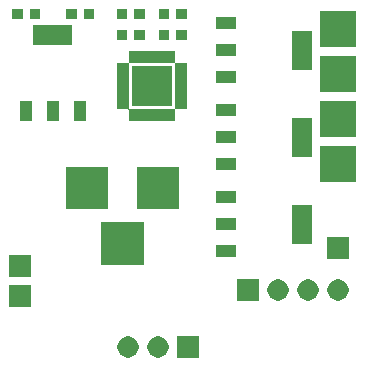
<source format=gbr>
G04 #@! TF.GenerationSoftware,KiCad,Pcbnew,(5.1.5)-3*
G04 #@! TF.CreationDate,2020-08-28T01:49:56-04:00*
G04 #@! TF.ProjectId,BikeLightComputer,42696b65-4c69-4676-9874-436f6d707574,rev?*
G04 #@! TF.SameCoordinates,Original*
G04 #@! TF.FileFunction,Soldermask,Top*
G04 #@! TF.FilePolarity,Negative*
%FSLAX46Y46*%
G04 Gerber Fmt 4.6, Leading zero omitted, Abs format (unit mm)*
G04 Created by KiCad (PCBNEW (5.1.5)-3) date 2020-08-28 01:49:56*
%MOMM*%
%LPD*%
G04 APERTURE LIST*
%ADD10C,0.100000*%
G04 APERTURE END LIST*
D10*
G36*
X155053512Y-93337927D02*
G01*
X155202812Y-93367624D01*
X155366784Y-93435544D01*
X155514354Y-93534147D01*
X155639853Y-93659646D01*
X155738456Y-93807216D01*
X155806376Y-93971188D01*
X155841000Y-94145259D01*
X155841000Y-94322741D01*
X155806376Y-94496812D01*
X155738456Y-94660784D01*
X155639853Y-94808354D01*
X155514354Y-94933853D01*
X155366784Y-95032456D01*
X155202812Y-95100376D01*
X155053512Y-95130073D01*
X155028742Y-95135000D01*
X154851258Y-95135000D01*
X154826488Y-95130073D01*
X154677188Y-95100376D01*
X154513216Y-95032456D01*
X154365646Y-94933853D01*
X154240147Y-94808354D01*
X154141544Y-94660784D01*
X154073624Y-94496812D01*
X154039000Y-94322741D01*
X154039000Y-94145259D01*
X154073624Y-93971188D01*
X154141544Y-93807216D01*
X154240147Y-93659646D01*
X154365646Y-93534147D01*
X154513216Y-93435544D01*
X154677188Y-93367624D01*
X154826488Y-93337927D01*
X154851258Y-93333000D01*
X155028742Y-93333000D01*
X155053512Y-93337927D01*
G37*
G36*
X157593512Y-93337927D02*
G01*
X157742812Y-93367624D01*
X157906784Y-93435544D01*
X158054354Y-93534147D01*
X158179853Y-93659646D01*
X158278456Y-93807216D01*
X158346376Y-93971188D01*
X158381000Y-94145259D01*
X158381000Y-94322741D01*
X158346376Y-94496812D01*
X158278456Y-94660784D01*
X158179853Y-94808354D01*
X158054354Y-94933853D01*
X157906784Y-95032456D01*
X157742812Y-95100376D01*
X157593512Y-95130073D01*
X157568742Y-95135000D01*
X157391258Y-95135000D01*
X157366488Y-95130073D01*
X157217188Y-95100376D01*
X157053216Y-95032456D01*
X156905646Y-94933853D01*
X156780147Y-94808354D01*
X156681544Y-94660784D01*
X156613624Y-94496812D01*
X156579000Y-94322741D01*
X156579000Y-94145259D01*
X156613624Y-93971188D01*
X156681544Y-93807216D01*
X156780147Y-93659646D01*
X156905646Y-93534147D01*
X157053216Y-93435544D01*
X157217188Y-93367624D01*
X157366488Y-93337927D01*
X157391258Y-93333000D01*
X157568742Y-93333000D01*
X157593512Y-93337927D01*
G37*
G36*
X160921000Y-95135000D02*
G01*
X159119000Y-95135000D01*
X159119000Y-93333000D01*
X160921000Y-93333000D01*
X160921000Y-95135000D01*
G37*
G36*
X146697000Y-90817000D02*
G01*
X144895000Y-90817000D01*
X144895000Y-89015000D01*
X146697000Y-89015000D01*
X146697000Y-90817000D01*
G37*
G36*
X172833512Y-88511927D02*
G01*
X172982812Y-88541624D01*
X173146784Y-88609544D01*
X173294354Y-88708147D01*
X173419853Y-88833646D01*
X173518456Y-88981216D01*
X173586376Y-89145188D01*
X173621000Y-89319259D01*
X173621000Y-89496741D01*
X173586376Y-89670812D01*
X173518456Y-89834784D01*
X173419853Y-89982354D01*
X173294354Y-90107853D01*
X173146784Y-90206456D01*
X172982812Y-90274376D01*
X172833512Y-90304073D01*
X172808742Y-90309000D01*
X172631258Y-90309000D01*
X172606488Y-90304073D01*
X172457188Y-90274376D01*
X172293216Y-90206456D01*
X172145646Y-90107853D01*
X172020147Y-89982354D01*
X171921544Y-89834784D01*
X171853624Y-89670812D01*
X171819000Y-89496741D01*
X171819000Y-89319259D01*
X171853624Y-89145188D01*
X171921544Y-88981216D01*
X172020147Y-88833646D01*
X172145646Y-88708147D01*
X172293216Y-88609544D01*
X172457188Y-88541624D01*
X172606488Y-88511927D01*
X172631258Y-88507000D01*
X172808742Y-88507000D01*
X172833512Y-88511927D01*
G37*
G36*
X170293512Y-88511927D02*
G01*
X170442812Y-88541624D01*
X170606784Y-88609544D01*
X170754354Y-88708147D01*
X170879853Y-88833646D01*
X170978456Y-88981216D01*
X171046376Y-89145188D01*
X171081000Y-89319259D01*
X171081000Y-89496741D01*
X171046376Y-89670812D01*
X170978456Y-89834784D01*
X170879853Y-89982354D01*
X170754354Y-90107853D01*
X170606784Y-90206456D01*
X170442812Y-90274376D01*
X170293512Y-90304073D01*
X170268742Y-90309000D01*
X170091258Y-90309000D01*
X170066488Y-90304073D01*
X169917188Y-90274376D01*
X169753216Y-90206456D01*
X169605646Y-90107853D01*
X169480147Y-89982354D01*
X169381544Y-89834784D01*
X169313624Y-89670812D01*
X169279000Y-89496741D01*
X169279000Y-89319259D01*
X169313624Y-89145188D01*
X169381544Y-88981216D01*
X169480147Y-88833646D01*
X169605646Y-88708147D01*
X169753216Y-88609544D01*
X169917188Y-88541624D01*
X170066488Y-88511927D01*
X170091258Y-88507000D01*
X170268742Y-88507000D01*
X170293512Y-88511927D01*
G37*
G36*
X167753512Y-88511927D02*
G01*
X167902812Y-88541624D01*
X168066784Y-88609544D01*
X168214354Y-88708147D01*
X168339853Y-88833646D01*
X168438456Y-88981216D01*
X168506376Y-89145188D01*
X168541000Y-89319259D01*
X168541000Y-89496741D01*
X168506376Y-89670812D01*
X168438456Y-89834784D01*
X168339853Y-89982354D01*
X168214354Y-90107853D01*
X168066784Y-90206456D01*
X167902812Y-90274376D01*
X167753512Y-90304073D01*
X167728742Y-90309000D01*
X167551258Y-90309000D01*
X167526488Y-90304073D01*
X167377188Y-90274376D01*
X167213216Y-90206456D01*
X167065646Y-90107853D01*
X166940147Y-89982354D01*
X166841544Y-89834784D01*
X166773624Y-89670812D01*
X166739000Y-89496741D01*
X166739000Y-89319259D01*
X166773624Y-89145188D01*
X166841544Y-88981216D01*
X166940147Y-88833646D01*
X167065646Y-88708147D01*
X167213216Y-88609544D01*
X167377188Y-88541624D01*
X167526488Y-88511927D01*
X167551258Y-88507000D01*
X167728742Y-88507000D01*
X167753512Y-88511927D01*
G37*
G36*
X166001000Y-90309000D02*
G01*
X164199000Y-90309000D01*
X164199000Y-88507000D01*
X166001000Y-88507000D01*
X166001000Y-90309000D01*
G37*
G36*
X146697000Y-88277000D02*
G01*
X144895000Y-88277000D01*
X144895000Y-86475000D01*
X146697000Y-86475000D01*
X146697000Y-88277000D01*
G37*
G36*
X156281000Y-87273000D02*
G01*
X152679000Y-87273000D01*
X152679000Y-83671000D01*
X156281000Y-83671000D01*
X156281000Y-87273000D01*
G37*
G36*
X173621000Y-86753000D02*
G01*
X171819000Y-86753000D01*
X171819000Y-84951000D01*
X173621000Y-84951000D01*
X173621000Y-86753000D01*
G37*
G36*
X164123000Y-86646000D02*
G01*
X162421000Y-86646000D01*
X162421000Y-85594000D01*
X164123000Y-85594000D01*
X164123000Y-86646000D01*
G37*
G36*
X170523000Y-85471000D02*
G01*
X168821000Y-85471000D01*
X168821000Y-82169000D01*
X170523000Y-82169000D01*
X170523000Y-85471000D01*
G37*
G36*
X164123000Y-84346000D02*
G01*
X162421000Y-84346000D01*
X162421000Y-83294000D01*
X164123000Y-83294000D01*
X164123000Y-84346000D01*
G37*
G36*
X153281000Y-82573000D02*
G01*
X149679000Y-82573000D01*
X149679000Y-78971000D01*
X153281000Y-78971000D01*
X153281000Y-82573000D01*
G37*
G36*
X159281000Y-82573000D02*
G01*
X155679000Y-82573000D01*
X155679000Y-78971000D01*
X159281000Y-78971000D01*
X159281000Y-82573000D01*
G37*
G36*
X164123000Y-82046000D02*
G01*
X162421000Y-82046000D01*
X162421000Y-80994000D01*
X164123000Y-80994000D01*
X164123000Y-82046000D01*
G37*
G36*
X174271000Y-80291000D02*
G01*
X171169000Y-80291000D01*
X171169000Y-77189000D01*
X174271000Y-77189000D01*
X174271000Y-80291000D01*
G37*
G36*
X164123000Y-79280000D02*
G01*
X162421000Y-79280000D01*
X162421000Y-78228000D01*
X164123000Y-78228000D01*
X164123000Y-79280000D01*
G37*
G36*
X170523000Y-78105000D02*
G01*
X168821000Y-78105000D01*
X168821000Y-74803000D01*
X170523000Y-74803000D01*
X170523000Y-78105000D01*
G37*
G36*
X164123000Y-76980000D02*
G01*
X162421000Y-76980000D01*
X162421000Y-75928000D01*
X164123000Y-75928000D01*
X164123000Y-76980000D01*
G37*
G36*
X174271000Y-76481000D02*
G01*
X171169000Y-76481000D01*
X171169000Y-73379000D01*
X174271000Y-73379000D01*
X174271000Y-76481000D01*
G37*
G36*
X146816000Y-75069000D02*
G01*
X145764000Y-75069000D01*
X145764000Y-73367000D01*
X146816000Y-73367000D01*
X146816000Y-75069000D01*
G37*
G36*
X151416000Y-75069000D02*
G01*
X150364000Y-75069000D01*
X150364000Y-73367000D01*
X151416000Y-73367000D01*
X151416000Y-75069000D01*
G37*
G36*
X149116000Y-75069000D02*
G01*
X148064000Y-75069000D01*
X148064000Y-73367000D01*
X149116000Y-73367000D01*
X149116000Y-75069000D01*
G37*
G36*
X158923000Y-70060001D02*
G01*
X158925402Y-70084387D01*
X158932515Y-70107836D01*
X158944066Y-70129447D01*
X158959611Y-70148389D01*
X158978553Y-70163934D01*
X159000164Y-70175485D01*
X159023613Y-70182598D01*
X159047999Y-70185000D01*
X159898000Y-70185000D01*
X159898000Y-74087000D01*
X159047999Y-74087000D01*
X159023613Y-74089402D01*
X159000164Y-74096515D01*
X158978553Y-74108066D01*
X158959611Y-74123611D01*
X158944066Y-74142553D01*
X158932515Y-74164164D01*
X158925402Y-74187613D01*
X158923000Y-74211999D01*
X158923000Y-75062000D01*
X155021000Y-75062000D01*
X155021000Y-74211999D01*
X155018598Y-74187613D01*
X155011485Y-74164164D01*
X154999934Y-74142553D01*
X154984389Y-74123611D01*
X154965447Y-74108066D01*
X154943836Y-74096515D01*
X154920387Y-74089402D01*
X154896001Y-74087000D01*
X154046000Y-74087000D01*
X154046000Y-70286999D01*
X154998000Y-70286999D01*
X154998000Y-73985001D01*
X155000402Y-74009387D01*
X155007515Y-74032836D01*
X155019066Y-74054447D01*
X155034611Y-74073389D01*
X155053553Y-74088934D01*
X155075164Y-74100485D01*
X155098613Y-74107598D01*
X155122999Y-74110000D01*
X158821001Y-74110000D01*
X158845387Y-74107598D01*
X158868836Y-74100485D01*
X158890447Y-74088934D01*
X158909389Y-74073389D01*
X158924934Y-74054447D01*
X158936485Y-74032836D01*
X158943598Y-74009387D01*
X158946000Y-73985001D01*
X158946000Y-70286999D01*
X158943598Y-70262613D01*
X158936485Y-70239164D01*
X158924934Y-70217553D01*
X158909389Y-70198611D01*
X158890447Y-70183066D01*
X158868836Y-70171515D01*
X158845387Y-70164402D01*
X158821001Y-70162000D01*
X155122999Y-70162000D01*
X155098613Y-70164402D01*
X155075164Y-70171515D01*
X155053553Y-70183066D01*
X155034611Y-70198611D01*
X155019066Y-70217553D01*
X155007515Y-70239164D01*
X155000402Y-70262613D01*
X154998000Y-70286999D01*
X154046000Y-70286999D01*
X154046000Y-70185000D01*
X154896001Y-70185000D01*
X154920387Y-70182598D01*
X154943836Y-70175485D01*
X154965447Y-70163934D01*
X154984389Y-70148389D01*
X154999934Y-70129447D01*
X155011485Y-70107836D01*
X155018598Y-70084387D01*
X155021000Y-70060001D01*
X155021000Y-69210000D01*
X158923000Y-69210000D01*
X158923000Y-70060001D01*
G37*
G36*
X158648000Y-73812000D02*
G01*
X155296000Y-73812000D01*
X155296000Y-70460000D01*
X158648000Y-70460000D01*
X158648000Y-73812000D01*
G37*
G36*
X164123000Y-74680000D02*
G01*
X162421000Y-74680000D01*
X162421000Y-73628000D01*
X164123000Y-73628000D01*
X164123000Y-74680000D01*
G37*
G36*
X174271000Y-72671000D02*
G01*
X171169000Y-72671000D01*
X171169000Y-69569000D01*
X174271000Y-69569000D01*
X174271000Y-72671000D01*
G37*
G36*
X164123000Y-71914000D02*
G01*
X162421000Y-71914000D01*
X162421000Y-70862000D01*
X164123000Y-70862000D01*
X164123000Y-71914000D01*
G37*
G36*
X170523000Y-70739000D02*
G01*
X168821000Y-70739000D01*
X168821000Y-67437000D01*
X170523000Y-67437000D01*
X170523000Y-70739000D01*
G37*
G36*
X164123000Y-69614000D02*
G01*
X162421000Y-69614000D01*
X162421000Y-68562000D01*
X164123000Y-68562000D01*
X164123000Y-69614000D01*
G37*
G36*
X174271000Y-68861000D02*
G01*
X171169000Y-68861000D01*
X171169000Y-65759000D01*
X174271000Y-65759000D01*
X174271000Y-68861000D01*
G37*
G36*
X150241000Y-68669000D02*
G01*
X146939000Y-68669000D01*
X146939000Y-66967000D01*
X150241000Y-66967000D01*
X150241000Y-68669000D01*
G37*
G36*
X159939000Y-68244000D02*
G01*
X159037000Y-68244000D01*
X159037000Y-67392000D01*
X159939000Y-67392000D01*
X159939000Y-68244000D01*
G37*
G36*
X154895000Y-68244000D02*
G01*
X153993000Y-68244000D01*
X153993000Y-67392000D01*
X154895000Y-67392000D01*
X154895000Y-68244000D01*
G37*
G36*
X156395000Y-68244000D02*
G01*
X155493000Y-68244000D01*
X155493000Y-67392000D01*
X156395000Y-67392000D01*
X156395000Y-68244000D01*
G37*
G36*
X158439000Y-68244000D02*
G01*
X157537000Y-68244000D01*
X157537000Y-67392000D01*
X158439000Y-67392000D01*
X158439000Y-68244000D01*
G37*
G36*
X164123000Y-67314000D02*
G01*
X162421000Y-67314000D01*
X162421000Y-66262000D01*
X164123000Y-66262000D01*
X164123000Y-67314000D01*
G37*
G36*
X147517000Y-66466000D02*
G01*
X146615000Y-66466000D01*
X146615000Y-65614000D01*
X147517000Y-65614000D01*
X147517000Y-66466000D01*
G37*
G36*
X150589000Y-66466000D02*
G01*
X149687000Y-66466000D01*
X149687000Y-65614000D01*
X150589000Y-65614000D01*
X150589000Y-66466000D01*
G37*
G36*
X152089000Y-66466000D02*
G01*
X151187000Y-66466000D01*
X151187000Y-65614000D01*
X152089000Y-65614000D01*
X152089000Y-66466000D01*
G37*
G36*
X154895000Y-66466000D02*
G01*
X153993000Y-66466000D01*
X153993000Y-65614000D01*
X154895000Y-65614000D01*
X154895000Y-66466000D01*
G37*
G36*
X156395000Y-66466000D02*
G01*
X155493000Y-66466000D01*
X155493000Y-65614000D01*
X156395000Y-65614000D01*
X156395000Y-66466000D01*
G37*
G36*
X158451000Y-66466000D02*
G01*
X157549000Y-66466000D01*
X157549000Y-65614000D01*
X158451000Y-65614000D01*
X158451000Y-66466000D01*
G37*
G36*
X146017000Y-66466000D02*
G01*
X145115000Y-66466000D01*
X145115000Y-65614000D01*
X146017000Y-65614000D01*
X146017000Y-66466000D01*
G37*
G36*
X159951000Y-66466000D02*
G01*
X159049000Y-66466000D01*
X159049000Y-65614000D01*
X159951000Y-65614000D01*
X159951000Y-66466000D01*
G37*
M02*

</source>
